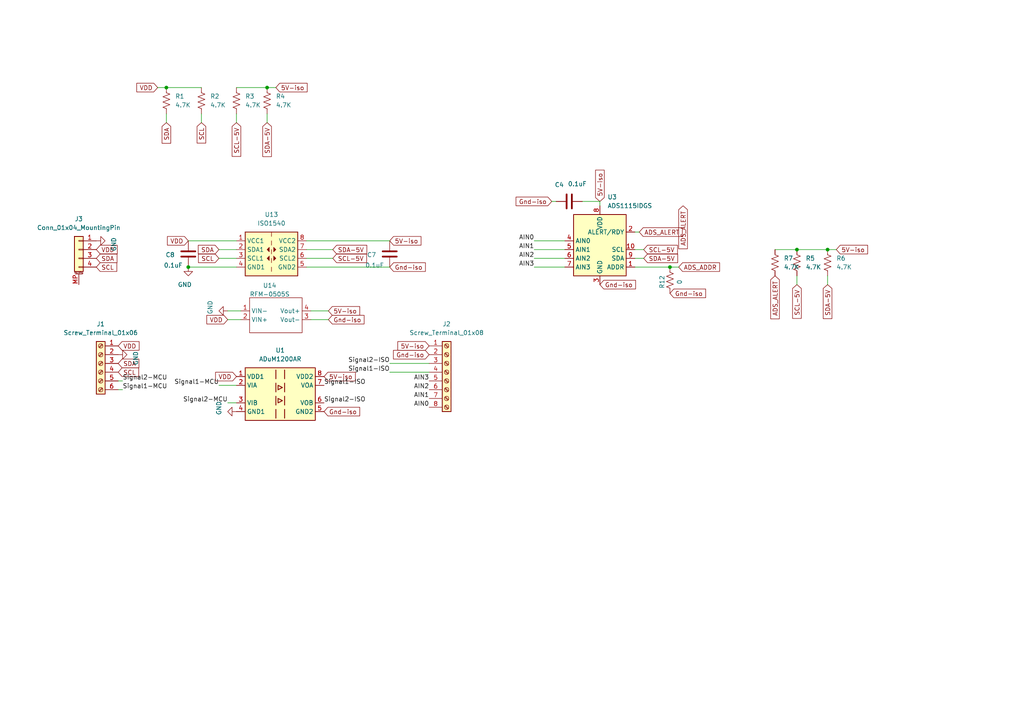
<source format=kicad_sch>
(kicad_sch (version 20250114) (generator "eeschema") (generator_version "9.0")
  (paper "A4")
  (lib_symbols
    (symbol "Analog_ADC:ADS1115IDGS"
      (property "Reference" "U" (at 2.54 13.97 0))
      (property "Value" "ADS1115IDGS" (at 7.62 11.43 0))
      (symbol "ADS1115IDGS_0_1"
        (rectangle (start -7.62 10.16) (end 7.62 -7.62) (stroke (width 0.254)) (fill (type background)))
      )
      (symbol "ADS1115IDGS_1_1"
        (pin input line (at -10.16 2.54 0) (length 2.54) (name "AIN0") (number "4"))
        (pin input line (at -10.16 0 0) (length 2.54) (name "AIN1") (number "5"))
        (pin input line (at -10.16 -2.54 0) (length 2.54) (name "AIN2") (number "6"))
        (pin input line (at -10.16 -5.08 0) (length 2.54) (name "AIN3") (number "7"))
        (pin power_in line (at 0 12.7 270) (length 2.54) (name "VDD") (number "8"))
        (pin power_in line (at 0 -10.16 90) (length 2.54) (name "GND") (number "3"))
        (pin output line (at 10.16 5.08 180) (length 2.54) (name "ALERT/RDY") (number "2"))
        (pin input line (at 10.16 0 180) (length 2.54) (name "SCL") (number "10"))
        (pin bidirectional line (at 10.16 -2.54 180) (length 2.54) (name "SDA") (number "9"))
        (pin input line (at 10.16 -5.08 180) (length 2.54) (name "ADDR") (number "1"))
      )
    )
    (symbol "Connector:Screw_Terminal_01x06" (pin_names (offset 1.016) (hide yes))
      (property "Reference" "J" (at 0 7.62 0))
      (property "Value" "Screw_Terminal_01x06" (at 0 -10.16 0))
      (symbol "Screw_Terminal_01x06_1_1"
        (rectangle (start -1.27 6.35) (end 1.27 -8.89) (stroke (width 0.254)) (fill (type background)))
        (polyline (pts (xy -0.5334 5.4102) (xy 0.3302 4.572)) (stroke (width 0.1524)))
        (polyline (pts (xy -0.5334 2.8702) (xy 0.3302 2.032)) (stroke (width 0.1524)))
        (polyline (pts (xy -0.5334 0.3302) (xy 0.3302 -0.508)) (stroke (width 0.1524)))
        (polyline (pts (xy -0.5334 -2.2098) (xy 0.3302 -3.048)) (stroke (width 0.1524)))
        (polyline (pts (xy -0.5334 -4.7498) (xy 0.3302 -5.588)) (stroke (width 0.1524)))
        (polyline (pts (xy -0.5334 -7.2898) (xy 0.3302 -8.128)) (stroke (width 0.1524)))
        (polyline (pts (xy -0.3556 5.588) (xy 0.508 4.7498)) (stroke (width 0.1524)))
        (polyline (pts (xy -0.3556 3.048) (xy 0.508 2.2098)) (stroke (width 0.1524)))
        (polyline (pts (xy -0.3556 0.508) (xy 0.508 -0.3302)) (stroke (width 0.1524)))
        (polyline (pts (xy -0.3556 -2.032) (xy 0.508 -2.8702)) (stroke (width 0.1524)))
        (polyline (pts (xy -0.3556 -4.572) (xy 0.508 -5.4102)) (stroke (width 0.1524)))
        (polyline (pts (xy -0.3556 -7.112) (xy 0.508 -7.9502)) (stroke (width 0.1524)))
        (circle (center 0 5.08) (radius 0.635) (stroke (width 0.1524)))
        (circle (center 0 2.54) (radius 0.635) (stroke (width 0.1524)))
        (circle (center 0 0) (radius 0.635) (stroke (width 0.1524)))
        (circle (center 0 -2.54) (radius 0.635) (stroke (width 0.1524)))
        (circle (center 0 -5.08) (radius 0.635) (stroke (width 0.1524)))
        (circle (center 0 -7.62) (radius 0.635) (stroke (width 0.1524)))
        (pin passive line (at -5.08 5.08 0) (length 3.81) (name "Pin_1") (number "1"))
        (pin passive line (at -5.08 2.54 0) (length 3.81) (name "Pin_2") (number "2"))
        (pin passive line (at -5.08 0 0) (length 3.81) (name "Pin_3") (number "3"))
        (pin passive line (at -5.08 -2.54 0) (length 3.81) (name "Pin_4") (number "4"))
        (pin passive line (at -5.08 -5.08 0) (length 3.81) (name "Pin_5") (number "5"))
        (pin passive line (at -5.08 -7.62 0) (length 3.81) (name "Pin_6") (number "6"))
      )
    )
    (symbol "Connector:Screw_Terminal_01x08" (pin_names (offset 1.016) (hide yes))
      (property "Reference" "J" (at 0 10.16 0))
      (property "Value" "Screw_Terminal_01x08" (at 0 -12.7 0))
      (symbol "Screw_Terminal_01x08_1_1"
        (rectangle (start -1.27 8.89) (end 1.27 -11.43) (stroke (width 0.254)) (fill (type background)))
        (polyline (pts (xy -0.5334 7.9502) (xy 0.3302 7.112)) (stroke (width 0.1524)))
        (polyline (pts (xy -0.5334 5.4102) (xy 0.3302 4.572)) (stroke (width 0.1524)))
        (polyline (pts (xy -0.5334 2.8702) (xy 0.3302 2.032)) (stroke (width 0.1524)))
        (polyline (pts (xy -0.5334 0.3302) (xy 0.3302 -0.508)) (stroke (width 0.1524)))
        (polyline (pts (xy -0.5334 -2.2098) (xy 0.3302 -3.048)) (stroke (width 0.1524)))
        (polyline (pts (xy -0.5334 -4.7498) (xy 0.3302 -5.588)) (stroke (width 0.1524)))
        (polyline (pts (xy -0.5334 -7.2898) (xy 0.3302 -8.128)) (stroke (width 0.1524)))
        (polyline (pts (xy -0.5334 -9.8298) (xy 0.3302 -10.668)) (stroke (width 0.1524)))
        (polyline (pts (xy -0.3556 8.128) (xy 0.508 7.2898)) (stroke (width 0.1524)))
        (polyline (pts (xy -0.3556 5.588) (xy 0.508 4.7498)) (stroke (width 0.1524)))
        (polyline (pts (xy -0.3556 3.048) (xy 0.508 2.2098)) (stroke (width 0.1524)))
        (polyline (pts (xy -0.3556 0.508) (xy 0.508 -0.3302)) (stroke (width 0.1524)))
        (polyline (pts (xy -0.3556 -2.032) (xy 0.508 -2.8702)) (stroke (width 0.1524)))
        (polyline (pts (xy -0.3556 -4.572) (xy 0.508 -5.4102)) (stroke (width 0.1524)))
        (polyline (pts (xy -0.3556 -7.112) (xy 0.508 -7.9502)) (stroke (width 0.1524)))
        (polyline (pts (xy -0.3556 -9.652) (xy 0.508 -10.4902)) (stroke (width 0.1524)))
        (circle (center 0 7.62) (radius 0.635) (stroke (width 0.1524)))
        (circle (center 0 5.08) (radius 0.635) (stroke (width 0.1524)))
        (circle (center 0 2.54) (radius 0.635) (stroke (width 0.1524)))
        (circle (center 0 0) (radius 0.635) (stroke (width 0.1524)))
        (circle (center 0 -2.54) (radius 0.635) (stroke (width 0.1524)))
        (circle (center 0 -5.08) (radius 0.635) (stroke (width 0.1524)))
        (circle (center 0 -7.62) (radius 0.635) (stroke (width 0.1524)))
        (circle (center 0 -10.16) (radius 0.635) (stroke (width 0.1524)))
        (pin passive line (at -5.08 7.62 0) (length 3.81) (name "Pin_1") (number "1"))
        (pin passive line (at -5.08 5.08 0) (length 3.81) (name "Pin_2") (number "2"))
        (pin passive line (at -5.08 2.54 0) (length 3.81) (name "Pin_3") (number "3"))
        (pin passive line (at -5.08 0 0) (length 3.81) (name "Pin_4") (number "4"))
        (pin passive line (at -5.08 -2.54 0) (length 3.81) (name "Pin_5") (number "5"))
        (pin passive line (at -5.08 -5.08 0) (length 3.81) (name "Pin_6") (number "6"))
        (pin passive line (at -5.08 -7.62 0) (length 3.81) (name "Pin_7") (number "7"))
        (pin passive line (at -5.08 -10.16 0) (length 3.81) (name "Pin_8") (number "8"))
      )
    )
    (symbol "Connector_Generic_MountingPin:Conn_01x04_MountingPin" (pin_names (offset 1.016) (hide yes))
      (property "Reference" "J" (at 0 5.08 0))
      (property "Value" "Conn_01x04_MountingPin" (at 1.27 -7.62 0))
      (symbol "Conn_01x04_MountingPin_1_1"
        (rectangle (start -1.27 3.81) (end 1.27 -6.35) (stroke (width 0.254)) (fill (type background)))
        (rectangle (start -1.27 2.667) (end 0 2.413) (stroke (width 0.1524)))
        (rectangle (start -1.27 0.127) (end 0 -0.127) (stroke (width 0.1524)))
        (rectangle (start -1.27 -2.413) (end 0 -2.667) (stroke (width 0.1524)))
        (rectangle (start -1.27 -4.953) (end 0 -5.207) (stroke (width 0.1524)))
        (polyline (pts (xy -1.016 -7.112) (xy 1.016 -7.112)) (stroke (width 0.1524)))
        (text "Mounting" (at 0 -6.731 0) (effects (font (size 0.381 0.381))))
        (pin passive line (at -5.08 2.54 0) (length 3.81) (name "Pin_1") (number "1"))
        (pin passive line (at -5.08 0 0) (length 3.81) (name "Pin_2") (number "2"))
        (pin passive line (at -5.08 -2.54 0) (length 3.81) (name "Pin_3") (number "3"))
        (pin passive line (at -5.08 -5.08 0) (length 3.81) (name "Pin_4") (number "4"))
        (pin passive line (at 0 -10.16 90) (length 3.048) (name "MountPin") (number "MP"))
      )
    )
    (symbol "CustomAdded:RFM_0505"
      (property "Reference" "U" (at 0 0 0))
      (property "Value" "RFM-0505S" (at 0 0 0))
      (symbol "RFM_0505_0_1"
        (rectangle (start 1.27 -1.27) (end 16.51 -11.43))
      )
      (symbol "RFM_0505_1_1"
        (pin power_in line (at -1.27 -5.08 0) (length 2.54) (name "VIN-") (number "1"))
        (pin power_in line (at -1.27 -7.62 0) (length 2.54) (name "VIN+") (number "2"))
        (pin power_out line (at 19.05 -5.08 180) (length 2.54) (name "Vout+") (number "4"))
        (pin power_out line (at 19.05 -7.62 180) (length 2.54) (name "Vout-") (number "3"))
      )
    )
    (symbol "Device:C" (pin_numbers (hide yes)) (pin_names (offset 0.254))
      (property "Reference" "C" (at 0.635 2.54 0))
      (property "Value" "C" (at 0.635 -2.54 0))
      (symbol "C_0_1"
        (polyline (pts (xy -2.032 0.762) (xy 2.032 0.762)) (stroke (width 0.508)))
        (polyline (pts (xy -2.032 -0.762) (xy 2.032 -0.762)) (stroke (width 0.508)))
      )
      (symbol "C_1_1"
        (pin passive line (at 0 3.81 270) (length 2.794) (name "~") (number "1"))
        (pin passive line (at 0 -3.81 90) (length 2.794) (name "~") (number "2"))
      )
    )
    (symbol "Device:R_US" (pin_numbers (hide yes)) (pin_names (offset 0))
      (property "Reference" "R" (at 2.54 0 90))
      (property "Value" "R_US" (at -2.54 0 90))
      (symbol "R_US_0_1"
        (polyline (pts (xy 0 2.286) (xy 0 2.54)))
        (polyline (pts (xy 0 2.286) (xy 1.016 1.905) (xy 0 1.524) (xy -1.016 1.143) (xy 0 0.762)))
        (polyline (pts (xy 0 0.762) (xy 1.016 0.381) (xy 0 0) (xy -1.016 -0.381) (xy 0 -0.762)))
        (polyline (pts (xy 0 -0.762) (xy 1.016 -1.143) (xy 0 -1.524) (xy -1.016 -1.905) (xy 0 -2.286)))
        (polyline (pts (xy 0 -2.286) (xy 0 -2.54)))
      )
      (symbol "R_US_1_1"
        (pin passive line (at 0 3.81 270) (length 1.27) (name "~") (number "1"))
        (pin passive line (at 0 -3.81 90) (length 1.27) (name "~") (number "2"))
      )
    )
    (symbol "Isolator:ADuM1200AR"
      (property "Reference" "U" (at -10.16 8.89 0))
      (property "Value" "ADuM1200AR" (at -2.032 8.89 0))
      (symbol "ADuM1200AR_0_1"
        (rectangle (start -10.16 7.62) (end 10.16 -7.62) (stroke (width 0.254)) (fill (type background)))
        (polyline (pts (xy -1.27 6.985) (xy -1.27 4.445)) (stroke (width 0.254)))
        (polyline (pts (xy -1.27 3.175) (xy -1.27 0.635)) (stroke (width 0.254)))
        (polyline (pts (xy -1.27 -0.635) (xy -1.27 -3.175)) (stroke (width 0.254)))
        (polyline (pts (xy -1.27 -4.445) (xy -1.27 -6.985)) (stroke (width 0.254)))
        (polyline (pts (xy -0.635 1.27) (xy 0.635 1.905) (xy -0.635 2.54) (xy -0.635 1.27)) (stroke (width 0.254)))
        (polyline (pts (xy -0.635 -1.27) (xy -0.635 -2.54) (xy 0.635 -1.905) (xy -0.635 -1.27)) (stroke (width 0.254)))
        (polyline (pts (xy 1.27 6.985) (xy 1.27 4.445)) (stroke (width 0.254)))
        (polyline (pts (xy 1.27 3.175) (xy 1.27 0.635)) (stroke (width 0.254)))
        (polyline (pts (xy 1.27 -0.635) (xy 1.27 -3.175)) (stroke (width 0.254)))
        (polyline (pts (xy 1.27 -4.445) (xy 1.27 -6.985)) (stroke (width 0.254)))
      )
      (symbol "ADuM1200AR_1_1"
        (pin power_in line (at -12.7 5.08 0) (length 2.54) (name "VDD1") (number "1"))
        (pin input line (at -12.7 2.54 0) (length 2.54) (name "VIA") (number "2"))
        (pin input line (at -12.7 -2.54 0) (length 2.54) (name "VIB") (number "3"))
        (pin power_in line (at -12.7 -5.08 0) (length 2.54) (name "GND1") (number "4"))
        (pin power_in line (at 12.7 5.08 180) (length 2.54) (name "VDD2") (number "8"))
        (pin output line (at 12.7 2.54 180) (length 2.54) (name "VOA") (number "7"))
        (pin output line (at 12.7 -2.54 180) (length 2.54) (name "VOB") (number "6"))
        (pin power_in line (at 12.7 -5.08 180) (length 2.54) (name "GND2") (number "5"))
      )
    )
    (symbol "Isolator:ISO1540"
      (property "Reference" "U" (at -6.35 6.35 0))
      (property "Value" "ISO1540" (at 3.81 6.35 0))
      (symbol "ISO1540_0_1"
        (rectangle (start -7.62 5.08) (end 7.62 -7.62) (stroke (width 0.254)) (fill (type background)))
        (polyline (pts (xy -0.635 0.635) (xy -1.27 0) (xy -0.635 -0.635) (xy -0.635 0.635)) (fill (type outline)))
        (polyline (pts (xy 0 5.08) (xy 0 3.81)))
        (polyline (pts (xy 0 2.54) (xy 0 1.27)))
        (polyline (pts (xy 0 0) (xy 0 -1.27)))
        (polyline (pts (xy 0 -2.54) (xy 0 -3.81)))
        (rectangle (start 0 -5.08) (end 0 -6.35))
        (polyline (pts (xy 0.635 0.635) (xy 1.27 0) (xy 0.635 -0.635) (xy 0.635 0.635)) (fill (type outline)))
        (polyline (pts (xy 0.635 -1.905) (xy 1.27 -2.54) (xy 0.635 -3.175) (xy 0.635 -1.905)) (fill (type outline)))
      )
      (symbol "ISO1540_1_1"
        (polyline (pts (xy -0.635 -1.905) (xy -1.27 -2.54) (xy -0.635 -3.175) (xy -0.635 -1.905)) (fill (type outline)))
        (pin power_in line (at -10.16 2.54 0) (length 2.54) (name "VCC1") (number "1"))
        (pin bidirectional line (at -10.16 0 0) (length 2.54) (name "SDA1") (number "2"))
        (pin bidirectional line (at -10.16 -2.54 0) (length 2.54) (name "SCL1") (number "3"))
        (pin power_in line (at -10.16 -5.08 0) (length 2.54) (name "GND1") (number "4"))
        (pin power_in line (at 10.16 2.54 180) (length 2.54) (name "VCC2") (number "8"))
        (pin bidirectional line (at 10.16 0 180) (length 2.54) (name "SDA2") (number "7"))
        (pin bidirectional line (at 10.16 -2.54 180) (length 2.54) (name "SCL2") (number "6"))
        (pin power_in line (at 10.16 -5.08 180) (length 2.54) (name "GND2") (number "5"))
      )
    )
    (symbol "power:GND" (power) (pin_names (offset 0))
      (property "Value" "GND" (at 0 -3.81 0))
      (symbol "GND_0_1"
        (polyline (pts (xy 0 0) (xy 0 -1.27) (xy 1.27 -1.27) (xy 0 -2.54) (xy -1.27 -1.27) (xy 0 -1.27)))
      )
      (symbol "GND_1_1"
        (pin power_in line (at 0 0 270) (length 0) (hide yes) (name "GND") (number "1"))
      )
    )
  )
  (junction (at 194.31 77.47))
  (junction (at 54.61 77.47))
  (junction (at 77.47 25.4))
  (junction (at 231.14 72.39))
  (junction (at 240.03 72.39))
  (junction (at 48.26 25.4))
  (wire (pts (xy 63.5 111.76) (xy 68.58 111.76)))
  (wire (pts (xy 63.5 74.93) (xy 68.58 74.93)))
  (wire (pts (xy 154.94 69.85) (xy 163.83 69.85)))
  (wire (pts (xy 48.26 25.4) (xy 45.72 25.4)))
  (wire (pts (xy 240.03 72.39) (xy 242.57 72.39)))
  (wire (pts (xy 77.47 35.56) (xy 77.47 33.02)))
  (wire (pts (xy 154.94 77.47) (xy 163.83 77.47)))
  (wire (pts (xy 63.5 72.39) (xy 68.58 72.39)))
  (wire (pts (xy 240.03 82.55) (xy 240.03 80.01)))
  (wire (pts (xy 66.04 92.71) (xy 69.85 92.71)))
  (wire (pts (xy 88.9 72.39) (xy 96.52 72.39)))
  (wire (pts (xy 77.47 25.4) (xy 80.01 25.4)))
  (wire (pts (xy 88.9 77.47) (xy 113.03 77.47)))
  (wire (pts (xy 54.61 77.47) (xy 68.58 77.47)))
  (wire (pts (xy 173.99 58.42) (xy 168.91 58.42)))
  (wire (pts (xy 185.42 67.31) (xy 184.15 67.31)))
  (wire (pts (xy 88.9 69.85) (xy 113.03 69.85)))
  (wire (pts (xy 113.03 105.41) (xy 124.46 105.41)))
  (wire (pts (xy 154.94 74.93) (xy 163.83 74.93)))
  (wire (pts (xy 196.85 77.47) (xy 194.31 77.47)))
  (wire (pts (xy 173.99 58.42) (xy 173.99 59.69)))
  (wire (pts (xy 58.42 33.02) (xy 58.42 35.56)))
  (wire (pts (xy 66.04 116.84) (xy 68.58 116.84)))
  (wire (pts (xy 35.56 110.49) (xy 34.29 110.49)))
  (wire (pts (xy 184.15 74.93) (xy 186.69 74.93)))
  (wire (pts (xy 224.79 72.39) (xy 231.14 72.39)))
  (wire (pts (xy 184.15 72.39) (xy 186.69 72.39)))
  (wire (pts (xy 68.58 35.56) (xy 68.58 33.02)))
  (wire (pts (xy 66.04 90.17) (xy 69.85 90.17)))
  (wire (pts (xy 231.14 82.55) (xy 231.14 80.01)))
  (wire (pts (xy 88.9 74.93) (xy 96.52 74.93)))
  (wire (pts (xy 48.26 35.56) (xy 48.26 33.02)))
  (wire (pts (xy 231.14 72.39) (xy 240.03 72.39)))
  (wire (pts (xy 113.03 107.95) (xy 124.46 107.95)))
  (wire (pts (xy 161.29 58.42) (xy 160.02 58.42)))
  (wire (pts (xy 90.17 92.71) (xy 95.25 92.71)))
  (wire (pts (xy 54.61 69.85) (xy 68.58 69.85)))
  (wire (pts (xy 154.94 72.39) (xy 163.83 72.39)))
  (wire (pts (xy 184.15 77.47) (xy 194.31 77.47)))
  (wire (pts (xy 68.58 25.4) (xy 77.47 25.4)))
  (wire (pts (xy 48.26 25.4) (xy 58.42 25.4)))
  (wire (pts (xy 90.17 90.17) (xy 95.25 90.17)))
  (wire (pts (xy 35.56 113.03) (xy 34.29 113.03)))
  (label "Signal1-ISO" (at 93.98 111.76 0))
  (label "AIN3" (at 154.94 77.47 180))
  (label "AIN0" (at 124.46 118.11 180))
  (label "AIN1" (at 124.46 115.57 180))
  (label "AIN0" (at 154.94 69.85 180))
  (label "AIN3" (at 124.46 110.49 180))
  (label "Signal2-MCU" (at 66.04 116.84 180))
  (label "Signal1-MCU" (at 35.56 113.03 0))
  (label "AIN2" (at 154.94 74.93 180))
  (label "Signal2-ISO" (at 113.03 105.41 180))
  (label "AIN2" (at 124.46 113.03 180))
  (label "Signal2-MCU" (at 35.56 110.49 0))
  (label "Signal2-ISO" (at 93.98 116.84 0))
  (label "Signal1-ISO" (at 113.03 107.95 180))
  (label "Signal1-MCU" (at 63.5 111.76 180))
  (label "AIN1" (at 154.94 72.39 180))
  (global_label "Gnd-iso" (shape input) (at 93.98 119.38 0) (property "Intersheetrefs" "${INTERSHEET_REFS}" (effects (hide yes))))
  (global_label "SCL" (shape input) (at 63.5 74.93 180) (property "Intersheetrefs" "${INTERSHEET_REFS}" (effects (hide yes))))
  (global_label "SCL" (shape input) (at 34.29 107.95 0) (property "Intersheetrefs" "${INTERSHEET_REFS}" (effects (hide yes))))
  (global_label "VDD" (shape input) (at 54.61 69.85 180) (property "Intersheetrefs" "${INTERSHEET_REFS}" (effects (hide yes))))
  (global_label "ADS_ADDR" (shape input) (at 196.85 77.47 0) (property "Intersheetrefs" "${INTERSHEET_REFS}" (effects (hide yes))))
  (global_label "SCL-5V" (shape input) (at 96.52 74.93 0) (property "Intersheetrefs" "${INTERSHEET_REFS}" (effects (hide yes))))
  (global_label "VDD" (shape input) (at 66.04 92.71 180) (property "Intersheetrefs" "${INTERSHEET_REFS}" (effects (hide yes))))
  (global_label "VDD" (shape input) (at 45.72 25.4 180) (property "Intersheetrefs" "${INTERSHEET_REFS}" (effects (hide yes))))
  (global_label "SCL-5V" (shape input) (at 68.58 35.56 270) (property "Intersheetrefs" "${INTERSHEET_REFS}" (effects (hide yes))))
  (global_label "5V-iso" (shape input) (at 113.03 69.85 0) (property "Intersheetrefs" "${INTERSHEET_REFS}" (effects (hide yes))))
  (global_label "SDA-5V" (shape input) (at 240.03 82.55 270) (property "Intersheetrefs" "${INTERSHEET_REFS}" (effects (hide yes))))
  (global_label "SDA" (shape input) (at 27.94 74.93 0) (property "Intersheetrefs" "${INTERSHEET_REFS}" (effects (hide yes))))
  (global_label "Gnd-iso" (shape input) (at 124.46 102.87 180) (property "Intersheetrefs" "${INTERSHEET_REFS}" (effects (hide yes))))
  (global_label "Gnd-iso" (shape input) (at 173.99 82.55 0) (property "Intersheetrefs" "${INTERSHEET_REFS}" (effects (hide yes))))
  (global_label "Gnd-iso" (shape input) (at 160.02 58.42 180) (property "Intersheetrefs" "${INTERSHEET_REFS}" (effects (hide yes))))
  (global_label "5V-iso" (shape input) (at 242.57 72.39 0) (property "Intersheetrefs" "${INTERSHEET_REFS}" (effects (hide yes))))
  (global_label "5V-iso" (shape input) (at 124.46 100.33 180) (property "Intersheetrefs" "${INTERSHEET_REFS}" (effects (hide yes))))
  (global_label "SDA" (shape input) (at 34.29 105.41 0) (property "Intersheetrefs" "${INTERSHEET_REFS}" (effects (hide yes))))
  (global_label "SDA-5V" (shape input) (at 96.52 72.39 0) (property "Intersheetrefs" "${INTERSHEET_REFS}" (effects (hide yes))))
  (global_label "VDD" (shape input) (at 68.58 109.22 180) (property "Intersheetrefs" "${INTERSHEET_REFS}" (effects (hide yes))))
  (global_label "SCL-5V" (shape input) (at 231.14 82.55 270) (property "Intersheetrefs" "${INTERSHEET_REFS}" (effects (hide yes))))
  (global_label "VDD" (shape input) (at 34.29 100.33 0) (property "Intersheetrefs" "${INTERSHEET_REFS}" (effects (hide yes))))
  (global_label "SCL" (shape input) (at 58.42 35.56 270) (property "Intersheetrefs" "${INTERSHEET_REFS}" (effects (hide yes))))
  (global_label "VDD" (shape input) (at 27.94 72.39 0) (property "Intersheetrefs" "${INTERSHEET_REFS}" (effects (hide yes))))
  (global_label "Gnd-iso" (shape input) (at 194.31 85.09 0) (property "Intersheetrefs" "${INTERSHEET_REFS}" (effects (hide yes))))
  (global_label "ADS_ALERT" (shape input) (at 198.12 59.69 270) (property "Intersheetrefs" "${INTERSHEET_REFS}" (effects (hide yes))))
  (global_label "Gnd-iso" (shape input) (at 95.25 92.71 0) (property "Intersheetrefs" "${INTERSHEET_REFS}" (effects (hide yes))))
  (global_label "SDA-5V" (shape input) (at 186.69 74.93 0) (property "Intersheetrefs" "${INTERSHEET_REFS}" (effects (hide yes))))
  (global_label "Gnd-iso" (shape input) (at 113.03 77.47 0) (property "Intersheetrefs" "${INTERSHEET_REFS}" (effects (hide yes))))
  (global_label "5V-iso" (shape input) (at 95.25 90.17 0) (property "Intersheetrefs" "${INTERSHEET_REFS}" (effects (hide yes))))
  (global_label "5V-iso" (shape input) (at 173.99 58.42 90) (property "Intersheetrefs" "${INTERSHEET_REFS}" (effects (hide yes))))
  (global_label "SCL" (shape input) (at 27.94 77.47 0) (property "Intersheetrefs" "${INTERSHEET_REFS}" (effects (hide yes))))
  (global_label "SDA-5V" (shape input) (at 77.47 35.56 270) (property "Intersheetrefs" "${INTERSHEET_REFS}" (effects (hide yes))))
  (global_label "SDA" (shape input) (at 48.26 35.56 270) (property "Intersheetrefs" "${INTERSHEET_REFS}" (effects (hide yes))))
  (global_label "SDA" (shape input) (at 63.5 72.39 180) (property "Intersheetrefs" "${INTERSHEET_REFS}" (effects (hide yes))))
  (global_label "ADS_ALERT" (shape input) (at 224.79 80.01 270) (property "Intersheetrefs" "${INTERSHEET_REFS}" (effects (hide yes))))
  (global_label "5V-iso" (shape input) (at 80.01 25.4 0) (property "Intersheetrefs" "${INTERSHEET_REFS}" (effects (hide yes))))
  (global_label "ADS_ALERT" (shape input) (at 185.42 67.31 0) (property "Intersheetrefs" "${INTERSHEET_REFS}" (effects (hide yes))))
  (global_label "SCL-5V" (shape input) (at 186.69 72.39 0) (property "Intersheetrefs" "${INTERSHEET_REFS}" (effects (hide yes))))
  (global_label "5V-iso" (shape input) (at 93.98 109.22 0) (property "Intersheetrefs" "${INTERSHEET_REFS}" (effects (hide yes))))
  (symbol (lib_id "Connector:Screw_Terminal_01x06") (at 29.21 105.41 0) (mirror y) (unit 1)
    (property "Reference" "J1" (at 29.21 93.98 0))
    (property "Value" "Screw_Terminal_01x06" (at 29.21 96.52 0))
    (property "Footprint" "Connector_PinHeader_2.54mm:PinHeader_1x06_P2.54mm_Vertical" (effects (hide yes)))
    (property "Description" "Generic screw terminal, single row, 01x06, script generated (kicad-library-utils/schlib/autogen/connector/)" (effects (hide yes)))
  )
  (symbol (lib_id "CustomAdded:RFM_0505") (at 71.12 85.09 0) (unit 1)
    (property "Reference" "U14" (at 78.232 82.804 0))
    (property "Value" "RFM-0505S" (at 78.232 85.344 0))
    (property "Footprint" "Library:XP SCT01F03S05" (effects (hide yes)))
  )
  (symbol (lib_id "power:GND") (at 68.58 119.38 270) (unit 1)
    (property "Reference" "#PWR01" (effects (hide yes)))
    (property "Value" "GND" (at 63.5 118.364 0))
    (property "Description" "Power symbol creates a global label with name \"GND\" , ground" (effects (hide yes)))
  )
  (symbol (lib_id "Analog_ADC:ADS1115IDGS") (at 173.99 72.39 0) (unit 1)
    (property "Reference" "U3" (at 176.1841 57.15 0) (effects (justify left)))
    (property "Value" "ADS1115IDGS" (at 176.1841 59.69 0) (effects (justify left)))
    (property "Footprint" "Package_SO:TSSOP-10_3x3mm_P0.5mm" (effects (hide yes)))
    (property "Datasheet" "http://www.ti.com/lit/ds/symlink/ads1113.pdf" (effects (hide yes)))
    (property "Description" "Ultra-Small, Low-Power, I2C-Compatible, 860-SPS, 16-Bit ADCs With Internal Reference, Oscillator, and Programmable Comparator, VSSOP-10" (effects (hide yes)))
    (property "ValueTemp" "ADS1115IDGS" (effects (hide yes)))
  )
  (symbol (lib_id "Device:R_US") (at 240.03 76.2 0) (unit 1)
    (property "Reference" "R6" (at 242.57 74.9299 0) (effects (justify left)))
    (property "Value" "4.7K" (at 242.57 77.4699 0) (effects (justify left)))
    (property "Footprint" "Resistor_SMD:R_0805_2012Metric_Pad1.20x1.40mm_HandSolder" (effects (hide yes)))
    (property "Description" "Resistor, US symbol" (effects (hide yes)))
  )
  (symbol (lib_id "Device:R_US") (at 58.42 29.21 0) (unit 1)
    (property "Reference" "R2" (at 60.96 27.9399 0) (effects (justify left)))
    (property "Value" "4.7K" (at 60.96 30.4799 0) (effects (justify left)))
    (property "Footprint" "Resistor_SMD:R_0805_2012Metric_Pad1.20x1.40mm_HandSolder" (effects (hide yes)))
    (property "Description" "Resistor, US symbol" (effects (hide yes)))
  )
  (symbol (lib_id "power:GND") (at 66.04 90.17 270) (unit 1)
    (property "Reference" "#PWR025" (effects (hide yes)))
    (property "Value" "GND" (at 60.96 89.154 0))
    (property "Description" "Power symbol creates a global label with name \"GND\" , ground" (effects (hide yes)))
  )
  (symbol (lib_id "Connector_Generic_MountingPin:Conn_01x04_MountingPin") (at 22.86 72.39 0) (mirror y) (unit 1)
    (property "Reference" "J3" (at 22.86 63.5 0))
    (property "Value" "Conn_01x04_MountingPin" (at 22.86 66.04 0))
    (property "Footprint" "Connector_JST:JST_SH_SM04B-SRSS-TB_1x04-1MP_P1.00mm_Horizontal" (effects (hide yes)))
    (property "Description" "Generic connectable mounting pin connector, single row, 01x04, script generated (kicad-library-utils/schlib/autogen/connector/)" (effects (hide yes)))
  )
  (symbol (lib_id "Connector:Screw_Terminal_01x08") (at 129.54 107.95 0) (unit 1)
    (property "Reference" "J2" (at 129.54 93.98 0))
    (property "Value" "Screw_Terminal_01x08" (at 129.54 96.52 0))
    (property "Footprint" "Connector_PinHeader_2.54mm:PinHeader_1x08_P2.54mm_Vertical" (effects (hide yes)))
    (property "Description" "Generic screw terminal, single row, 01x08, script generated (kicad-library-utils/schlib/autogen/connector/)" (effects (hide yes)))
  )
  (symbol (lib_id "Device:R_US") (at 48.26 29.21 0) (unit 1)
    (property "Reference" "R1" (at 50.8 27.9399 0) (effects (justify left)))
    (property "Value" "4.7K" (at 50.8 30.4799 0) (effects (justify left)))
    (property "Footprint" "Resistor_SMD:R_0805_2012Metric_Pad1.20x1.40mm_HandSolder" (effects (hide yes)))
    (property "Description" "Resistor, US symbol" (effects (hide yes)))
  )
  (symbol (lib_id "Device:R_US") (at 194.31 81.28 0) (unit 1)
    (property "Reference" "R12" (at 192.024 81.788 90))
    (property "Value" "0" (at 197.104 81.788 90))
    (property "Footprint" "Resistor_SMD:R_0805_2012Metric_Pad1.20x1.40mm_HandSolder" (effects (hide yes)))
    (property "Description" "Resistor, US symbol" (effects (hide yes)))
    (property "Function" "BJTCurrentLimit1" (effects (hide yes)))
  )
  (symbol (lib_id "Device:R_US") (at 77.47 29.21 0) (unit 1)
    (property "Reference" "R4" (at 80.01 27.9399 0) (effects (justify left)))
    (property "Value" "4.7K" (at 80.01 30.4799 0) (effects (justify left)))
    (property "Footprint" "Resistor_SMD:R_0805_2012Metric_Pad1.20x1.40mm_HandSolder" (effects (hide yes)))
    (property "Description" "Resistor, US symbol" (effects (hide yes)))
  )
  (symbol (lib_id "Isolator:ISO1540") (at 78.74 72.39 0) (unit 1)
    (property "Reference" "U13" (at 78.74 62.23 0))
    (property "Value" "ISO1540" (at 78.74 64.77 0))
    (property "Footprint" "Package_SO:SOIC-8_3.9x4.9mm_P1.27mm" (effects (hide yes)))
    (property "Datasheet" "http://www.ti.com/lit/ds/symlink/iso1541.pdf" (effects (hide yes)))
    (property "Description" "I2C Isolator, 2.5 kVrms, Bidirectional clock and data, SOIC-8" (effects (hide yes)))
  )
  (symbol (lib_id "Device:R_US") (at 68.58 29.21 0) (unit 1)
    (property "Reference" "R3" (at 71.12 27.9399 0) (effects (justify left)))
    (property "Value" "4.7K" (at 71.12 30.4799 0) (effects (justify left)))
    (property "Footprint" "Resistor_SMD:R_0805_2012Metric_Pad1.20x1.40mm_HandSolder" (effects (hide yes)))
    (property "Description" "Resistor, US symbol" (effects (hide yes)))
  )
  (symbol (lib_id "power:GND") (at 27.94 69.85 90) (unit 1)
    (property "Reference" "#PWR03" (effects (hide yes)))
    (property "Value" "GND" (at 33.02 70.866 0))
    (property "Description" "Power symbol creates a global label with name \"GND\" , ground" (effects (hide yes)))
  )
  (symbol (lib_id "power:GND") (at 54.61 77.47 0) (unit 1)
    (property "Reference" "#PWR026" (effects (hide yes)))
    (property "Value" "GND" (at 53.594 82.55 0))
    (property "Description" "Power symbol creates a global label with name \"GND\" , ground" (effects (hide yes)))
  )
  (symbol (lib_id "power:GND") (at 34.29 102.87 90) (unit 1)
    (property "Reference" "#PWR02" (effects (hide yes)))
    (property "Value" "GND" (at 39.37 103.886 0))
    (property "Description" "Power symbol creates a global label with name \"GND\" , ground" (effects (hide yes)))
  )
  (symbol (lib_id "Device:C") (at 165.1 58.42 90) (unit 1)
    (property "Reference" "C4" (at 163.576 53.594 90) (effects (justify left)))
    (property "Value" "0.1uF" (at 170.18 53.34 90) (effects (justify left)))
    (property "Footprint" "Capacitor_SMD:C_0805_2012Metric_Pad1.18x1.45mm_HandSolder" (effects (hide yes)))
    (property "Description" "Unpolarized capacitor" (effects (hide yes)))
    (property "Function" "ADS Vdd Input Filter" (effects (hide yes)))
  )
  (symbol (lib_id "Device:R_US") (at 224.79 76.2 0) (unit 1)
    (property "Reference" "R7" (at 227.33 74.9299 0) (effects (justify left)))
    (property "Value" "4.7K" (at 227.33 77.4699 0) (effects (justify left)))
    (property "Footprint" "Resistor_SMD:R_0805_2012Metric_Pad1.20x1.40mm_HandSolder" (effects (hide yes)))
    (property "Description" "Resistor, US symbol" (effects (hide yes)))
  )
  (symbol (lib_id "Device:R_US") (at 231.14 76.2 0) (unit 1)
    (property "Reference" "R5" (at 233.68 74.9299 0) (effects (justify left)))
    (property "Value" "4.7K" (at 233.68 77.4699 0) (effects (justify left)))
    (property "Footprint" "Resistor_SMD:R_0805_2012Metric_Pad1.20x1.40mm_HandSolder" (effects (hide yes)))
    (property "Description" "Resistor, US symbol" (effects (hide yes)))
  )
  (symbol (lib_id "Isolator:ADuM1200AR") (at 81.28 114.3 0) (unit 1)
    (property "Reference" "U1" (at 81.28 101.6 0))
    (property "Value" "ADuM1200AR" (at 81.28 104.14 0))
    (property "Footprint" "Package_SO:SOIC-8_3.9x4.9mm_P1.27mm" (effects (hide yes)))
    (property "Datasheet" "https://www.analog.com/media/en/technical-documentation/data-sheets/ADuM1200_1201.pdf" (effects (hide yes)))
    (property "Description" "Dual-channel digital isolator, Bidirectional communication, 3V/5V level translation, SOIC-8" (effects (hide yes)))
  )
  (symbol (lib_id "Device:C") (at 54.61 73.66 0) (unit 1)
    (property "Reference" "C8" (at 48.006 73.914 0) (effects (justify left)))
    (property "Value" "0.1uF" (at 47.498 76.962 0) (effects (justify left)))
    (property "Footprint" "Capacitor_SMD:C_0805_2012Metric_Pad1.18x1.45mm_HandSolder" (effects (hide yes)))
    (property "Description" "Unpolarized capacitor" (effects (hide yes)))
    (property "ValueTemp" "2.2uF Unpolarized" (effects (hide yes)))
    (property "Function" "R Circuit Smoothing" (effects (hide yes)))
  )
  (symbol (lib_id "Device:C") (at 113.03 73.66 0) (unit 1)
    (property "Reference" "C7" (at 106.426 73.914 0) (effects (justify left)))
    (property "Value" "0.1uF" (at 105.918 76.962 0) (effects (justify left)))
    (property "Footprint" "Capacitor_SMD:C_0805_2012Metric_Pad1.18x1.45mm_HandSolder" (effects (hide yes)))
    (property "Description" "Unpolarized capacitor" (effects (hide yes)))
    (property "ValueTemp" "2.2uF Unpolarized" (effects (hide yes)))
    (property "Function" "R Circuit Smoothing" (effects (hide yes)))
  )
)
</source>
